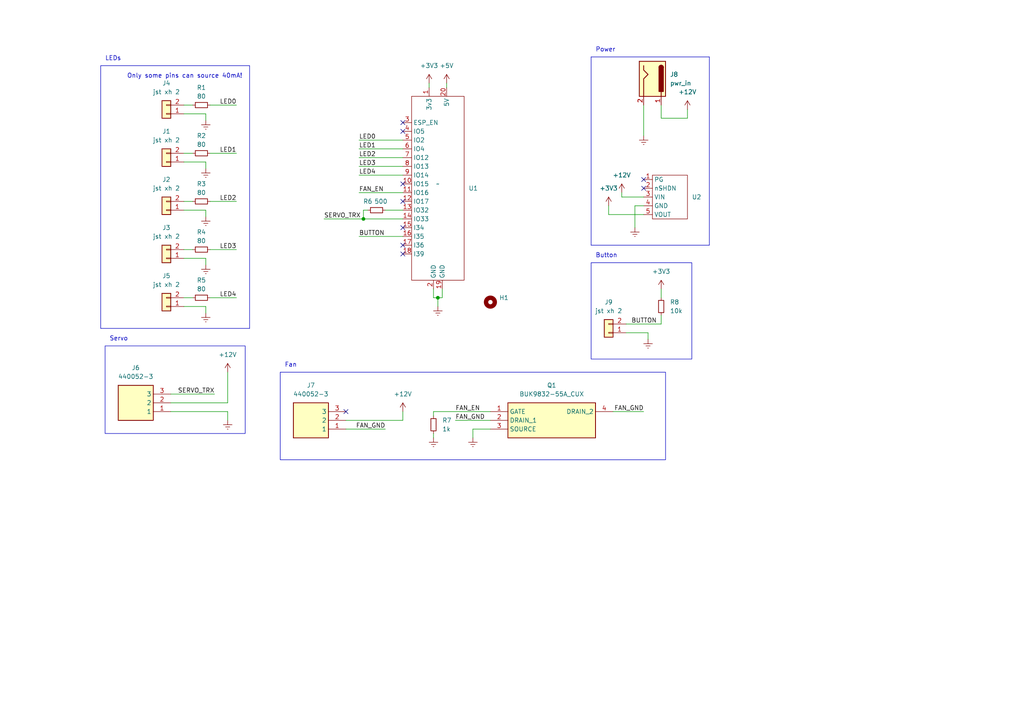
<source format=kicad_sch>
(kicad_sch (version 20230121) (generator eeschema)
  (paper "A4")
  (lib_symbols
    (symbol "440052-3:440052-3"
      (property "Reference" "J" (at 16.51 7.62 0))
      (property "Value" "440052-3" (at 16.51 5.08 0))
      (symbol "440052-3_1_1"
        (rectangle (start 5.08 2.54) (end 15.24 -7.62) (stroke (width 0.254)) (fill (type background)))
        (pin passive line (at 0 0 0) (length 5.08) (name "1") (number "1"))
        (pin passive line (at 0 -2.54 0) (length 5.08) (name "2") (number "2"))
        (pin passive line (at 0 -5.08 0) (length 5.08) (name "3") (number "3"))
      )
    )
    (symbol "BUK9832-55A_CUX:BUK9832-55A_CUX"
      (property "Reference" "Q" (at 31.75 7.62 0))
      (property "Value" "BUK9832-55A_CUX" (at 31.75 5.08 0))
      (symbol "BUK9832-55A_CUX_1_1"
        (rectangle (start 5.08 2.54) (end 30.48 -7.62) (stroke (width 0.254)) (fill (type background)))
        (pin passive line (at 0 0 0) (length 5.08) (name "GATE") (number "1"))
        (pin passive line (at 0 -2.54 0) (length 5.08) (name "DRAIN_1") (number "2"))
        (pin passive line (at 0 -5.08 0) (length 5.08) (name "SOURCE") (number "3"))
        (pin passive line (at 35.56 0 180) (length 5.08) (name "DRAIN_2") (number "4"))
      )
    )
    (symbol "Connector:Barrel_Jack" (pin_names (offset 1.016))
      (property "Reference" "J" (at 0 5.334 0))
      (property "Value" "Barrel_Jack" (at 0 -5.08 0))
      (symbol "Barrel_Jack_0_1"
        (rectangle (start -5.08 3.81) (end 5.08 -3.81) (stroke (width 0.254)) (fill (type background)))
        (arc (start -3.302 3.175) (mid -3.9343 2.54) (end -3.302 1.905) (stroke (width 0.254)))
        (arc (start -3.302 3.175) (mid -3.9343 2.54) (end -3.302 1.905) (stroke (width 0.254)) (fill (type outline)))
        (polyline (pts (xy 5.08 2.54) (xy 3.81 2.54)) (stroke (width 0.254)))
        (polyline (pts (xy -3.81 -2.54) (xy -2.54 -2.54) (xy -1.27 -1.27) (xy 0 -2.54) (xy 2.54 -2.54) (xy 5.08 -2.54)) (stroke (width 0.254)))
        (rectangle (start 3.683 3.175) (end -3.302 1.905) (stroke (width 0.254)) (fill (type outline)))
      )
      (symbol "Barrel_Jack_1_1"
        (pin passive line (at 7.62 2.54 180) (length 2.54) (name "~") (number "1"))
        (pin passive line (at 7.62 -2.54 180) (length 2.54) (name "~") (number "2"))
      )
    )
    (symbol "Connector_Generic:Conn_01x02" (pin_names (offset 1.016) hide)
      (property "Reference" "J" (at 0 2.54 0))
      (property "Value" "Conn_01x02" (at 0 -5.08 0))
      (symbol "Conn_01x02_1_1"
        (rectangle (start -1.27 -2.413) (end 0 -2.667) (stroke (width 0.1524)))
        (rectangle (start -1.27 0.127) (end 0 -0.127) (stroke (width 0.1524)))
        (rectangle (start -1.27 1.27) (end 1.27 -3.81) (stroke (width 0.254)) (fill (type background)))
        (pin passive line (at -5.08 0 0) (length 3.81) (name "Pin_1") (number "1"))
        (pin passive line (at -5.08 -2.54 0) (length 3.81) (name "Pin_2") (number "2"))
      )
    )
    (symbol "Device:R_Small" (pin_numbers hide) (pin_names (offset 0.254) hide)
      (property "Reference" "R" (at 0.762 0.508 0))
      (property "Value" "R_Small" (at 0.762 -1.016 0))
      (symbol "R_Small_0_1"
        (rectangle (start -0.762 1.778) (end 0.762 -1.778) (stroke (width 0.2032)))
      )
      (symbol "R_Small_1_1"
        (pin passive line (at 0 2.54 270) (length 0.762) (name "~") (number "1"))
        (pin passive line (at 0 -2.54 90) (length 0.762) (name "~") (number "2"))
      )
    )
    (symbol "Mechanical:MountingHole" (pin_names (offset 1.016))
      (property "Reference" "H" (at 0 5.08 0))
      (property "Value" "MountingHole" (at 0 3.175 0))
      (symbol "MountingHole_0_1"
        (circle (center 0 0) (radius 1.27) (stroke (width 1.27)))
      )
    )
    (symbol "esp32-gateway:esp32-gateway"
      (property "Reference" "U" (at -7.62 29.21 0))
      (symbol "esp32-gateway_0_1"
        (rectangle (start -7.62 25.4) (end 7.62 -27.94))
      )
      (symbol "esp32-gateway_1_1"
        (pin input line (at -2.54 27.94 270) (length 2.54) (name "3v3") (number "1"))
        (pin input line (at -10.16 0 0) (length 2.54) (name "IO15") (number "10"))
        (pin input line (at -10.16 -2.54 0) (length 2.54) (name "IO16") (number "11"))
        (pin input line (at -10.16 -5.08 0) (length 2.54) (name "IO17") (number "12"))
        (pin input line (at -10.16 -7.62 0) (length 2.54) (name "IO32") (number "13"))
        (pin input line (at -10.16 -10.16 0) (length 2.54) (name "IO33") (number "14"))
        (pin input line (at -10.16 -12.7 0) (length 2.54) (name "I34") (number "15"))
        (pin input line (at -10.16 -15.24 0) (length 2.54) (name "I35") (number "16"))
        (pin input line (at -10.16 -17.78 0) (length 2.54) (name "I36") (number "17"))
        (pin input line (at -10.16 -20.32 0) (length 2.54) (name "I39") (number "18"))
        (pin input line (at 1.27 -30.48 90) (length 2.54) (name "GND") (number "19"))
        (pin input line (at -1.27 -30.48 90) (length 2.54) (name "GND") (number "2"))
        (pin input line (at 2.54 27.94 270) (length 2.54) (name "5V") (number "20"))
        (pin input line (at -10.16 17.78 0) (length 2.54) (name "ESP_EN") (number "3"))
        (pin input line (at -10.16 15.24 0) (length 2.54) (name "IO5") (number "4"))
        (pin input line (at -10.16 12.7 0) (length 2.54) (name "IO2") (number "5"))
        (pin input line (at -10.16 10.16 0) (length 2.54) (name "IO4") (number "6"))
        (pin input line (at -10.16 7.62 0) (length 2.54) (name "IO12") (number "7"))
        (pin input line (at -10.16 5.08 0) (length 2.54) (name "IO13") (number "8"))
        (pin input line (at -10.16 2.54 0) (length 2.54) (name "IO14") (number "9"))
      )
    )
    (symbol "esp32-gateway:polulu"
      (property "Reference" "U" (at 0 8.89 0))
      (symbol "polulu_0_1"
        (rectangle (start -5.08 3.81) (end 5.08 -8.89))
      )
      (symbol "polulu_1_1"
        (pin input line (at -7.62 2.54 0) (length 2.54) (name "PG") (number "1"))
        (pin input line (at -7.62 0 0) (length 2.54) (name "nSHDN") (number "2"))
        (pin input line (at -7.62 -2.54 0) (length 2.54) (name "VIN") (number "3"))
        (pin input line (at -7.62 -5.08 0) (length 2.54) (name "GND") (number "4"))
        (pin input line (at -7.62 -7.62 0) (length 2.54) (name "VOUT") (number "5"))
      )
    )
    (symbol "power:+12V" (power) (pin_names (offset 0))
      (property "Value" "+12V" (at 0 3.556 0))
      (symbol "+12V_0_1"
        (polyline (pts (xy -0.762 1.27) (xy 0 2.54)))
        (polyline (pts (xy 0 0) (xy 0 2.54)))
        (polyline (pts (xy 0 2.54) (xy 0.762 1.27)))
      )
      (symbol "+12V_1_1"
        (pin power_in line (at 0 0 90) (length 0) hide (name "+12V") (number "1"))
      )
    )
    (symbol "power:+3V3" (power) (pin_names (offset 0))
      (property "Value" "+3V3" (at 0 3.556 0))
      (symbol "+3V3_0_1"
        (polyline (pts (xy -0.762 1.27) (xy 0 2.54)))
        (polyline (pts (xy 0 0) (xy 0 2.54)))
        (polyline (pts (xy 0 2.54) (xy 0.762 1.27)))
      )
      (symbol "+3V3_1_1"
        (pin power_in line (at 0 0 90) (length 0) hide (name "+3V3") (number "1"))
      )
    )
    (symbol "power:+5V" (power) (pin_names (offset 0))
      (property "Value" "+5V" (at 0 3.556 0))
      (symbol "+5V_0_1"
        (polyline (pts (xy -0.762 1.27) (xy 0 2.54)))
        (polyline (pts (xy 0 0) (xy 0 2.54)))
        (polyline (pts (xy 0 2.54) (xy 0.762 1.27)))
      )
      (symbol "+5V_1_1"
        (pin power_in line (at 0 0 90) (length 0) hide (name "+5V") (number "1"))
      )
    )
    (symbol "power:Earth" (power) (pin_names (offset 0))
      (symbol "Earth_0_1"
        (polyline (pts (xy -0.635 -1.905) (xy 0.635 -1.905)))
        (polyline (pts (xy -0.127 -2.54) (xy 0.127 -2.54)))
        (polyline (pts (xy 0 -1.27) (xy 0 0)))
        (polyline (pts (xy 1.27 -1.27) (xy -1.27 -1.27)))
      )
      (symbol "Earth_1_1"
        (pin power_in line (at 0 0 270) (length 0) hide (name "Earth") (number "1"))
      )
    )
  )
  (junction (at 105.41 63.5))
  (junction (at 127 86.36))
  (no_connect (at 116.84 35.56))
  (no_connect (at 100.33 119.38))
  (no_connect (at 116.84 73.66))
  (no_connect (at 186.69 52.07))
  (no_connect (at 116.84 66.04))
  (no_connect (at 116.84 58.42))
  (no_connect (at 116.84 53.34))
  (no_connect (at 116.84 71.12))
  (no_connect (at 186.69 54.61))
  (no_connect (at 116.84 38.1))
  (wire (pts (xy 104.14 45.72) (xy 116.84 45.72)))
  (wire (pts (xy 60.96 30.48) (xy 68.58 30.48)))
  (wire (pts (xy 199.39 34.29) (xy 199.39 31.75)))
  (wire (pts (xy 186.69 62.23) (xy 176.53 62.23)))
  (wire (pts (xy 187.96 96.52) (xy 187.96 98.425)))
  (wire (pts (xy 104.14 40.64) (xy 116.84 40.64)))
  (wire (pts (xy 116.84 121.92) (xy 116.84 119.38)))
  (polyline (pts (xy 72.39 19.05) (xy 72.39 95.25)))
  (wire (pts (xy 125.73 86.36) (xy 127 86.36)))
  (wire (pts (xy 59.69 33.02) (xy 59.69 34.925)))
  (wire (pts (xy 66.04 119.38) (xy 66.04 121.92)))
  (wire (pts (xy 125.73 83.82) (xy 125.73 86.36)))
  (wire (pts (xy 181.61 93.98) (xy 191.77 93.98)))
  (wire (pts (xy 106.68 60.96) (xy 105.41 60.96)))
  (wire (pts (xy 100.33 124.46) (xy 111.76 124.46)))
  (wire (pts (xy 191.77 34.29) (xy 199.39 34.29)))
  (wire (pts (xy 191.77 93.98) (xy 191.77 91.44)))
  (wire (pts (xy 59.69 88.9) (xy 59.69 90.805)))
  (polyline (pts (xy 171.45 71.12) (xy 205.74 71.12)))
  (wire (pts (xy 60.96 86.36) (xy 68.58 86.36)))
  (wire (pts (xy 53.34 58.42) (xy 55.88 58.42)))
  (wire (pts (xy 129.54 24.13) (xy 129.54 25.4)))
  (wire (pts (xy 104.14 43.18) (xy 116.84 43.18)))
  (wire (pts (xy 104.14 50.8) (xy 116.84 50.8)))
  (wire (pts (xy 53.34 74.93) (xy 59.69 74.93)))
  (polyline (pts (xy 29.21 19.05) (xy 72.39 19.05)))
  (wire (pts (xy 104.14 55.88) (xy 116.84 55.88)))
  (wire (pts (xy 125.73 119.38) (xy 142.24 119.38)))
  (wire (pts (xy 53.34 60.96) (xy 59.69 60.96)))
  (wire (pts (xy 53.34 88.9) (xy 59.69 88.9)))
  (wire (pts (xy 181.61 96.52) (xy 187.96 96.52)))
  (wire (pts (xy 60.96 72.39) (xy 68.58 72.39)))
  (polyline (pts (xy 171.45 16.51) (xy 205.74 16.51)))
  (wire (pts (xy 137.16 124.46) (xy 142.24 124.46)))
  (wire (pts (xy 105.41 63.5) (xy 116.84 63.5)))
  (wire (pts (xy 132.08 121.92) (xy 142.24 121.92)))
  (wire (pts (xy 176.53 59.69) (xy 176.53 62.23)))
  (wire (pts (xy 53.34 72.39) (xy 55.88 72.39)))
  (wire (pts (xy 186.69 30.48) (xy 186.69 39.37)))
  (wire (pts (xy 104.14 48.26) (xy 116.84 48.26)))
  (wire (pts (xy 60.96 58.42) (xy 68.58 58.42)))
  (wire (pts (xy 186.69 59.69) (xy 184.15 59.69)))
  (wire (pts (xy 137.16 124.46) (xy 137.16 127)))
  (wire (pts (xy 59.69 46.99) (xy 59.69 48.895)))
  (wire (pts (xy 124.46 24.13) (xy 124.46 25.4)))
  (wire (pts (xy 105.41 60.96) (xy 105.41 63.5)))
  (wire (pts (xy 128.27 86.36) (xy 128.27 83.82)))
  (wire (pts (xy 127 86.36) (xy 128.27 86.36)))
  (wire (pts (xy 49.53 114.3) (xy 62.23 114.3)))
  (wire (pts (xy 177.8 119.38) (xy 186.69 119.38)))
  (wire (pts (xy 104.14 68.58) (xy 116.84 68.58)))
  (wire (pts (xy 53.34 46.99) (xy 59.69 46.99)))
  (wire (pts (xy 125.73 119.38) (xy 125.73 120.65)))
  (polyline (pts (xy 205.74 71.12) (xy 205.74 16.51)))
  (wire (pts (xy 93.98 63.5) (xy 105.41 63.5)))
  (polyline (pts (xy 29.21 19.05) (xy 29.21 95.25)))
  (wire (pts (xy 49.53 119.38) (xy 66.04 119.38)))
  (wire (pts (xy 127 86.36) (xy 127 88.9)))
  (polyline (pts (xy 171.45 16.51) (xy 171.45 71.12)))
  (wire (pts (xy 59.69 60.96) (xy 59.69 62.865)))
  (wire (pts (xy 111.76 60.96) (xy 116.84 60.96)))
  (wire (pts (xy 49.53 116.84) (xy 66.04 116.84)))
  (wire (pts (xy 125.73 125.73) (xy 125.73 127)))
  (wire (pts (xy 53.34 33.02) (xy 59.69 33.02)))
  (wire (pts (xy 180.34 57.15) (xy 180.34 55.88)))
  (wire (pts (xy 100.33 121.92) (xy 116.84 121.92)))
  (wire (pts (xy 53.34 30.48) (xy 55.88 30.48)))
  (wire (pts (xy 184.15 59.69) (xy 184.15 66.04)))
  (wire (pts (xy 53.34 86.36) (xy 55.88 86.36)))
  (wire (pts (xy 59.69 74.93) (xy 59.69 76.835)))
  (wire (pts (xy 60.96 44.45) (xy 68.58 44.45)))
  (polyline (pts (xy 72.39 95.25) (xy 29.21 95.25)))
  (wire (pts (xy 53.34 44.45) (xy 55.88 44.45)))
  (wire (pts (xy 186.69 57.15) (xy 180.34 57.15)))
  (wire (pts (xy 66.04 116.84) (xy 66.04 107.95)))
  (wire (pts (xy 191.77 83.82) (xy 191.77 86.36)))
  (wire (pts (xy 191.77 30.48) (xy 191.77 34.29)))
  (rectangle (start 30.48 100.33) (end 71.12 125.73))
  (rectangle (start 81.28 107.95) (end 193.04 133.35))
  (rectangle (start 171.45 76.2) (end 200.66 104.14))
  (text "Only some pins can source 40mA!" (at 36.83 22.86 0) (effects (font (size 1.27 1.27)) (justify left bottom)))
  (text "Servo" (at 31.75 99.06 0) (effects (font (size 1.27 1.27)) (justify left bottom)))
  (text "Power" (at 172.72 15.24 0) (effects (font (size 1.27 1.27)) (justify left bottom)))
  (text "Fan" (at 82.55 106.68 0) (effects (font (size 1.27 1.27)) (justify left bottom)))
  (text "LEDs" (at 30.48 17.78 0) (effects (font (size 1.27 1.27)) (justify left bottom)))
  (text "Button" (at 172.72 74.93 0) (effects (font (size 1.27 1.27)) (justify left bottom)))
  (label "LED4" (at 68.58 86.36 180))
  (label "FAN_GND" (at 111.76 124.46 180))
  (label "LED0" (at 68.58 30.48 180))
  (label "LED1" (at 104.14 43.18 0))
  (label "LED3" (at 104.14 48.26 0))
  (label "LED0" (at 104.14 40.64 0))
  (label "LED1" (at 68.58 44.45 180))
  (label "LED4" (at 104.14 50.8 0))
  (label "FAN_EN" (at 132.08 119.38 0))
  (label "LED2" (at 104.14 45.72 0))
  (label "FAN_GND" (at 132.08 121.92 0))
  (label "FAN_GND" (at 186.69 119.38 180))
  (label "SERVO_TRX" (at 62.23 114.3 180))
  (label "BUTTON" (at 190.5 93.98 180))
  (label "SERVO_TRX" (at 93.98 63.5 0))
  (label "FAN_EN" (at 104.14 55.88 0))
  (label "LED2" (at 68.58 58.42 180))
  (label "LED3" (at 68.58 72.39 180))
  (label "BUTTON" (at 104.14 68.58 0))
  (symbol (lib_id "power:Earth") (at 187.96 98.425 0) (unit 1)
    (property "Reference" "#PWR019" (effects hide))
    (property "Value" "Earth" (effects hide))
  )
  (symbol (lib_id "power:+3V3") (at 124.46 24.13 0) (unit 1)
    (property "Reference" "#PWR08" (effects hide))
    (property "Value" "+3V3" (at 124.46 19.05 0))
  )
  (symbol (lib_id "Device:R_Small") (at 58.42 72.39 90) (unit 1)
    (property "Reference" "R4" (at 58.42 67.31 90))
    (property "Value" "80" (at 58.42 69.85 90))
    (property "Footprint" "Resistor_SMD:R_0603_1608Metric_Pad0.98x0.95mm_HandSolder" (effects hide))
  )
  (symbol (lib_id "Device:R_Small") (at 125.73 123.19 0) (unit 1)
    (property "Reference" "R7" (at 128.27 121.92 0) (effects (justify left)))
    (property "Value" "1k" (at 128.27 124.46 0) (effects (justify left)))
    (property "Footprint" "Resistor_SMD:R_0603_1608Metric_Pad0.98x0.95mm_HandSolder" (effects hide))
  )
  (symbol (lib_id "Mechanical:MountingHole") (at 142.24 87.63 0) (unit 1)
    (property "Reference" "H1" (at 144.78 86.36 0) (effects (justify left)))
    (property "Value" "MountingHole_Pad" (effects hide))
    (property "Footprint" "MountingHole:MountingHole_3.5mm" (effects hide))
  )
  (symbol (lib_id "power:+3V3") (at 191.77 83.82 0) (unit 1)
    (property "Reference" "#PWR020" (effects hide))
    (property "Value" "+3V3" (at 191.77 78.74 0))
  )
  (symbol (lib_id "power:+12V") (at 66.04 107.95 0) (unit 1)
    (property "Reference" "#PWR010" (effects hide))
    (property "Value" "+12V" (at 66.04 102.87 0))
  )
  (symbol (lib_id "power:Earth") (at 125.73 127 0) (unit 1)
    (property "Reference" "#PWR015" (effects hide))
    (property "Value" "Earth" (effects hide))
  )
  (symbol (lib_id "power:+3V3") (at 176.53 59.69 0) (unit 1)
    (property "Reference" "#PWR018" (effects hide))
    (property "Value" "+3V3" (at 176.53 54.61 0))
  )
  (symbol (lib_id "440052-3:440052-3") (at 49.53 119.38 180) (unit 1)
    (property "Reference" "J6" (at 39.37 106.68 0))
    (property "Value" "440052-3" (at 39.37 109.22 0))
    (property "Footprint" "440052-3:SHDR3W64P0X250_1X3_1000X380X630P" (effects hide))
    (property "Datasheet" "https://www.te.com/commerce/DocumentDelivery/DDEController?Action=srchrtrv&DocNm=1-1773713-2_HPI_QRG_EN&DocType=Data+Sheet&DocLang=English&PartCntxt=440052-3&DocFormat=pdf" (effects hide))
    (property "Height" "6.3" (effects hide))
    (property "Mouser Part Number" "571-440052-3" (effects hide))
    (property "Mouser Price/Stock" "https://www.mouser.co.uk/ProductDetail/TE-Connectivity/440052-3?qs=JFPmFzpscO5Zy2LImlKaxA%3D%3D" (effects hide))
    (property "Manufacturer_Name" "TE Connectivity" (effects hide))
    (property "Manufacturer_Part_Number" "440052-3" (effects hide))
  )
  (symbol (lib_id "power:Earth") (at 66.04 121.92 0) (unit 1)
    (property "Reference" "#PWR011" (effects hide))
    (property "Value" "Earth" (effects hide))
  )
  (symbol (lib_id "power:Earth") (at 59.69 76.835 0) (unit 1)
    (property "Reference" "#PWR03" (effects hide))
    (property "Value" "Earth" (effects hide))
  )
  (symbol (lib_id "Connector:Barrel_Jack") (at 189.23 22.86 270) (unit 1)
    (property "Reference" "J8" (at 194.31 21.59 90) (effects (justify left)))
    (property "Value" "pwr_in" (at 194.31 24.13 90) (effects (justify left)))
    (property "Footprint" "Connector_BarrelJack:BarrelJack_Horizontal" (effects hide))
  )
  (symbol (lib_id "Device:R_Small") (at 58.42 58.42 90) (unit 1)
    (property "Reference" "R3" (at 58.42 53.34 90))
    (property "Value" "80" (at 58.42 55.88 90))
    (property "Footprint" "Resistor_SMD:R_0603_1608Metric_Pad0.98x0.95mm_HandSolder" (effects hide))
  )
  (symbol (lib_id "Connector_Generic:Conn_01x02") (at 48.26 74.93 180) (unit 1)
    (property "Reference" "J3" (at 48.26 66.04 0))
    (property "Value" "jst xh 2" (at 48.26 68.58 0))
    (property "Footprint" "Connector_JST:JST_XH_B2B-XH-A_1x02_P2.50mm_Vertical" (effects hide))
  )
  (symbol (lib_id "power:+5V") (at 129.54 24.13 0) (unit 1)
    (property "Reference" "#PWR09" (effects hide))
    (property "Value" "+5V" (at 129.54 19.05 0))
  )
  (symbol (lib_id "Device:R_Small") (at 58.42 44.45 90) (unit 1)
    (property "Reference" "R2" (at 58.42 39.37 90))
    (property "Value" "80" (at 58.42 41.91 90))
    (property "Footprint" "Resistor_SMD:R_0603_1608Metric_Pad0.98x0.95mm_HandSolder" (effects hide))
  )
  (symbol (lib_id "power:Earth") (at 59.69 34.925 0) (unit 1)
    (property "Reference" "#PWR04" (effects hide))
    (property "Value" "Earth" (effects hide))
  )
  (symbol (lib_id "power:Earth") (at 59.69 48.895 0) (unit 1)
    (property "Reference" "#PWR01" (effects hide))
    (property "Value" "Earth" (effects hide))
  )
  (symbol (lib_id "esp32-gateway:polulu") (at 194.31 54.61 0) (unit 1)
    (property "Reference" "U2" (at 200.66 57.15 0) (effects (justify left)))
    (property "Value" "~" (at 191.77 54.61 0))
    (property "Footprint" "esp32-gateway:polulu" (effects hide))
  )
  (symbol (lib_id "power:Earth") (at 137.16 127 0) (unit 1)
    (property "Reference" "#PWR07" (effects hide))
    (property "Value" "Earth" (effects hide))
  )
  (symbol (lib_id "power:+12V") (at 180.34 55.88 0) (unit 1)
    (property "Reference" "#PWR016" (effects hide))
    (property "Value" "+12V" (at 180.34 50.8 0))
  )
  (symbol (lib_id "Device:R_Small") (at 58.42 86.36 90) (unit 1)
    (property "Reference" "R5" (at 58.42 81.28 90))
    (property "Value" "80" (at 58.42 83.82 90))
    (property "Footprint" "Resistor_SMD:R_0603_1608Metric_Pad0.98x0.95mm_HandSolder" (effects hide))
  )
  (symbol (lib_id "power:Earth") (at 59.69 62.865 0) (unit 1)
    (property "Reference" "#PWR02" (effects hide))
    (property "Value" "Earth" (effects hide))
  )
  (symbol (lib_id "power:Earth") (at 59.69 90.805 0) (unit 1)
    (property "Reference" "#PWR05" (effects hide))
    (property "Value" "Earth" (effects hide))
  )
  (symbol (lib_id "440052-3:440052-3") (at 100.33 124.46 180) (unit 1)
    (property "Reference" "J7" (at 90.17 111.76 0))
    (property "Value" "440052-3" (at 90.17 114.3 0))
    (property "Footprint" "440052-3:SHDR3W64P0X250_1X3_1000X380X630P" (effects hide))
    (property "Datasheet" "https://www.te.com/commerce/DocumentDelivery/DDEController?Action=srchrtrv&DocNm=1-1773713-2_HPI_QRG_EN&DocType=Data+Sheet&DocLang=English&PartCntxt=440052-3&DocFormat=pdf" (effects hide))
    (property "Height" "6.3" (effects hide))
    (property "Mouser Part Number" "571-440052-3" (effects hide))
    (property "Mouser Price/Stock" "https://www.mouser.co.uk/ProductDetail/TE-Connectivity/440052-3?qs=JFPmFzpscO5Zy2LImlKaxA%3D%3D" (effects hide))
    (property "Manufacturer_Name" "TE Connectivity" (effects hide))
    (property "Manufacturer_Part_Number" "440052-3" (effects hide))
  )
  (symbol (lib_id "Connector_Generic:Conn_01x02") (at 48.26 33.02 180) (unit 1)
    (property "Reference" "J4" (at 48.26 24.13 0))
    (property "Value" "jst xh 2" (at 48.26 26.67 0))
    (property "Footprint" "Connector_JST:JST_XH_B2B-XH-A_1x02_P2.50mm_Vertical" (effects hide))
  )
  (symbol (lib_id "Connector_Generic:Conn_01x02") (at 48.26 60.96 180) (unit 1)
    (property "Reference" "J2" (at 48.26 52.07 0))
    (property "Value" "jst xh 2" (at 48.26 54.61 0))
    (property "Footprint" "Connector_JST:JST_XH_B2B-XH-A_1x02_P2.50mm_Vertical" (effects hide))
  )
  (symbol (lib_id "Device:R_Small") (at 58.42 30.48 90) (unit 1)
    (property "Reference" "R1" (at 58.42 25.4 90))
    (property "Value" "80" (at 58.42 27.94 90))
    (property "Footprint" "Resistor_SMD:R_0603_1608Metric_Pad0.98x0.95mm_HandSolder" (effects hide))
  )
  (symbol (lib_id "Device:R_Small") (at 109.22 60.96 270) (unit 1)
    (property "Reference" "R6" (at 106.68 58.42 90))
    (property "Value" "500" (at 110.49 58.42 90))
    (property "Footprint" "Resistor_SMD:R_0603_1608Metric_Pad0.98x0.95mm_HandSolder" (effects hide))
  )
  (symbol (lib_id "esp32-gateway:esp32-gateway") (at 127 53.34 0) (unit 1)
    (property "Reference" "U1" (at 135.89 54.61 0) (effects (justify left)))
    (property "Value" "~" (at 127 53.34 0))
    (property "Footprint" "esp32-gateway:esp32-gateway" (effects hide))
  )
  (symbol (lib_id "Connector_Generic:Conn_01x02") (at 48.26 88.9 180) (unit 1)
    (property "Reference" "J5" (at 48.26 80.01 0))
    (property "Value" "jst xh 2" (at 48.26 82.55 0))
    (property "Footprint" "Connector_JST:JST_XH_B2B-XH-A_1x02_P2.50mm_Vertical" (effects hide))
  )
  (symbol (lib_id "power:+12V") (at 116.84 119.38 0) (unit 1)
    (property "Reference" "#PWR012" (effects hide))
    (property "Value" "+12V" (at 116.84 114.3 0))
  )
  (symbol (lib_id "power:+12V") (at 199.39 31.75 0) (unit 1)
    (property "Reference" "#PWR014" (effects hide))
    (property "Value" "+12V" (at 199.39 26.67 0))
  )
  (symbol (lib_id "power:Earth") (at 184.15 66.04 0) (unit 1)
    (property "Reference" "#PWR017" (effects hide))
    (property "Value" "Earth" (effects hide))
  )
  (symbol (lib_id "Connector_Generic:Conn_01x02") (at 48.26 46.99 180) (unit 1)
    (property "Reference" "J1" (at 48.26 38.1 0))
    (property "Value" "jst xh 2" (at 48.26 40.64 0))
    (property "Footprint" "Connector_JST:JST_XH_B2B-XH-A_1x02_P2.50mm_Vertical" (effects hide))
  )
  (symbol (lib_id "power:Earth") (at 127 88.9 0) (unit 1)
    (property "Reference" "#PWR06" (effects hide))
    (property "Value" "Earth" (effects hide))
  )
  (symbol (lib_id "Device:R_Small") (at 191.77 88.9 0) (unit 1)
    (property "Reference" "R8" (at 194.31 87.63 0) (effects (justify left)))
    (property "Value" "10k" (at 194.31 90.17 0) (effects (justify left)))
    (property "Footprint" "Resistor_SMD:R_0603_1608Metric_Pad0.98x0.95mm_HandSolder" (effects hide))
  )
  (symbol (lib_id "BUK9832-55A_CUX:BUK9832-55A_CUX") (at 142.24 119.38 0) (unit 1)
    (property "Reference" "Q1" (at 160.02 111.76 0))
    (property "Value" "BUK9832-55A_CUX" (at 160.02 114.3 0))
    (property "Footprint" "BUK9832-55A_CUX:SOT230P700X180-4N" (effects hide))
    (property "Datasheet" "https://assets.nexperia.com/documents/data-sheet/BUK9832-55A.pdf" (effects hide))
    (property "Height" "1.8" (effects hide))
    (property "Mouser Part Number" "771-BUK9832-55A/CUX" (effects hide))
    (property "Mouser Price/Stock" "https://www.mouser.co.uk/ProductDetail/Nexperia/BUK9832-55A-CUX?qs=Yna0arPQ0CQmqEEmts1kDA%3D%3D" (effects hide))
    (property "Manufacturer_Name" "Nexperia" (effects hide))
    (property "Manufacturer_Part_Number" "BUK9832-55A/CUX" (effects hide))
  )
  (symbol (lib_id "power:Earth") (at 186.69 39.37 0) (unit 1)
    (property "Reference" "#PWR013" (effects hide))
    (property "Value" "Earth" (effects hide))
  )
  (symbol (lib_id "Connector_Generic:Conn_01x02") (at 176.53 96.52 180) (unit 1)
    (property "Reference" "J9" (at 176.53 87.63 0))
    (property "Value" "jst xh 2" (at 176.53 90.17 0))
    (property "Footprint" "Connector_JST:JST_XH_B2B-XH-A_1x02_P2.50mm_Vertical" (effects hide))
  )
)
</source>
